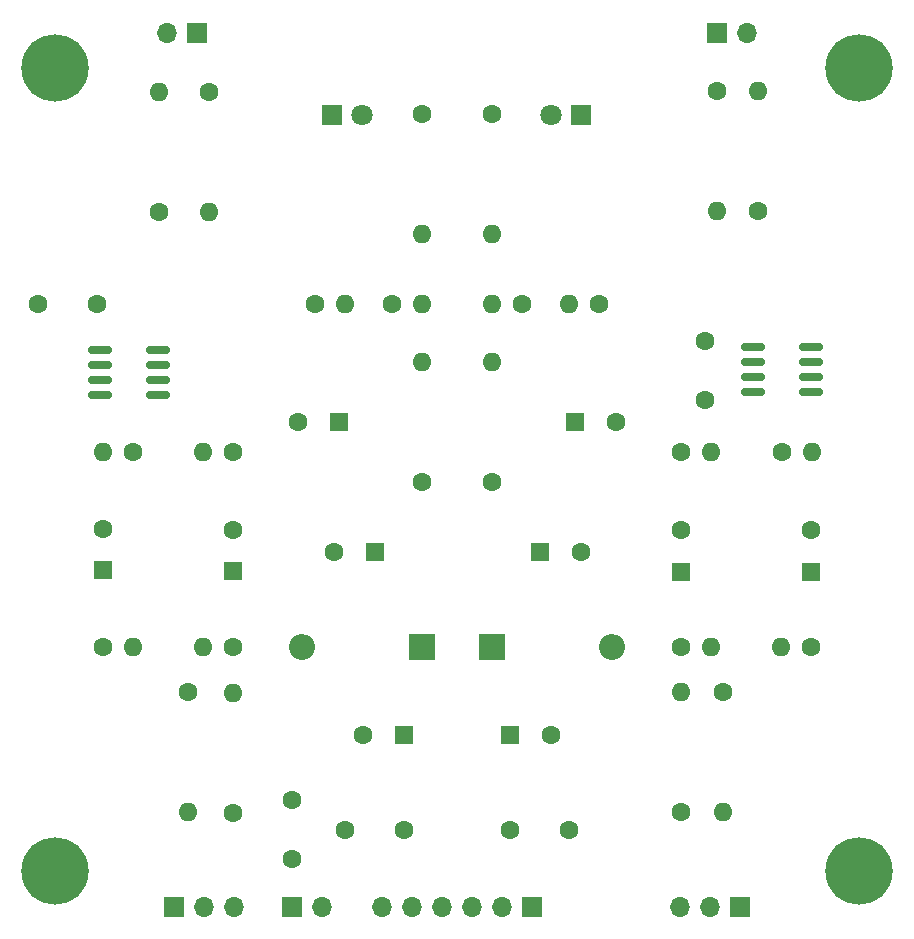
<source format=gbr>
%TF.GenerationSoftware,KiCad,Pcbnew,(6.0.10)*%
%TF.CreationDate,2023-02-21T23:22:35+08:00*%
%TF.ProjectId,LutrarmyMic_PreAmp,4c757472-6172-46d7-994d-69635f507265,rev?*%
%TF.SameCoordinates,Original*%
%TF.FileFunction,Soldermask,Top*%
%TF.FilePolarity,Negative*%
%FSLAX46Y46*%
G04 Gerber Fmt 4.6, Leading zero omitted, Abs format (unit mm)*
G04 Created by KiCad (PCBNEW (6.0.10)) date 2023-02-21 23:22:35*
%MOMM*%
%LPD*%
G01*
G04 APERTURE LIST*
G04 Aperture macros list*
%AMRoundRect*
0 Rectangle with rounded corners*
0 $1 Rounding radius*
0 $2 $3 $4 $5 $6 $7 $8 $9 X,Y pos of 4 corners*
0 Add a 4 corners polygon primitive as box body*
4,1,4,$2,$3,$4,$5,$6,$7,$8,$9,$2,$3,0*
0 Add four circle primitives for the rounded corners*
1,1,$1+$1,$2,$3*
1,1,$1+$1,$4,$5*
1,1,$1+$1,$6,$7*
1,1,$1+$1,$8,$9*
0 Add four rect primitives between the rounded corners*
20,1,$1+$1,$2,$3,$4,$5,0*
20,1,$1+$1,$4,$5,$6,$7,0*
20,1,$1+$1,$6,$7,$8,$9,0*
20,1,$1+$1,$8,$9,$2,$3,0*%
G04 Aperture macros list end*
%ADD10C,1.600000*%
%ADD11O,1.600000X1.600000*%
%ADD12C,5.700000*%
%ADD13R,1.600000X1.600000*%
%ADD14R,1.700000X1.700000*%
%ADD15O,1.700000X1.700000*%
%ADD16R,2.200000X2.200000*%
%ADD17O,2.200000X2.200000*%
%ADD18R,1.800000X1.800000*%
%ADD19C,1.800000*%
%ADD20RoundRect,0.150000X0.825000X0.150000X-0.825000X0.150000X-0.825000X-0.150000X0.825000X-0.150000X0*%
%ADD21RoundRect,0.150000X-0.825000X-0.150000X0.825000X-0.150000X0.825000X0.150000X-0.825000X0.150000X0*%
G04 APERTURE END LIST*
D10*
%TO.C,R4*%
X144000000Y-67920000D03*
D11*
X144000000Y-78080000D03*
%TD*%
D10*
%TO.C,R16*%
X162000000Y-69840000D03*
D11*
X162000000Y-80000000D03*
%TD*%
D12*
%TO.C,REF\u002A\u002A*%
X131000000Y-133920000D03*
%TD*%
D13*
%TO.C,C8*%
X155000000Y-95920000D03*
D10*
X151500000Y-95920000D03*
%TD*%
%TO.C,R10*%
X177000000Y-85920000D03*
D11*
X174460000Y-85920000D03*
%TD*%
D14*
%TO.C,MK2*%
X143000000Y-62920000D03*
D15*
X140460000Y-62920000D03*
%TD*%
D10*
%TO.C,R21*%
X187500000Y-118760000D03*
D11*
X187500000Y-128920000D03*
%TD*%
D10*
%TO.C,R22*%
X184000000Y-128920000D03*
D11*
X184000000Y-118760000D03*
%TD*%
D10*
%TO.C,R17*%
X195000000Y-114920000D03*
D11*
X192460000Y-114920000D03*
%TD*%
D10*
%TO.C,R15*%
X168000000Y-69840000D03*
D11*
X168000000Y-80000000D03*
%TD*%
D10*
%TO.C,R18*%
X183955000Y-114920000D03*
D11*
X186495000Y-114920000D03*
%TD*%
D10*
%TO.C,C13*%
X169500000Y-130420000D03*
X174500000Y-130420000D03*
%TD*%
%TO.C,R9*%
X170540000Y-85920000D03*
D11*
X168000000Y-85920000D03*
%TD*%
D10*
%TO.C,R2*%
X139750000Y-78080000D03*
D11*
X139750000Y-67920000D03*
%TD*%
D13*
%TO.C,C5*%
X135000000Y-108420000D03*
D10*
X135000000Y-104920000D03*
%TD*%
%TO.C,R14*%
X162000000Y-101000000D03*
D11*
X162000000Y-90840000D03*
%TD*%
D16*
%TO.C,D1*%
X168000000Y-114920000D03*
D17*
X178160000Y-114920000D03*
%TD*%
D10*
%TO.C,R23*%
X142250000Y-118760000D03*
D11*
X142250000Y-128920000D03*
%TD*%
D10*
%TO.C,R8*%
X146000000Y-98420000D03*
D11*
X143460000Y-98420000D03*
%TD*%
D13*
%TO.C,C9*%
X172000000Y-106920000D03*
D10*
X175500000Y-106920000D03*
%TD*%
D12*
%TO.C,REF\u002A\u002A*%
X199000000Y-65920000D03*
%TD*%
D13*
%TO.C,C6*%
X146000000Y-108501812D03*
D10*
X146000000Y-105001812D03*
%TD*%
%TO.C,R19*%
X135000000Y-114920000D03*
D11*
X137540000Y-114920000D03*
%TD*%
D14*
%TO.C,J1*%
X189000000Y-136920000D03*
D15*
X186460000Y-136920000D03*
X183920000Y-136920000D03*
%TD*%
D10*
%TO.C,R13*%
X168000000Y-101000000D03*
D11*
X168000000Y-90840000D03*
%TD*%
D13*
%TO.C,C10*%
X158068557Y-106920000D03*
D10*
X154568557Y-106920000D03*
%TD*%
%TO.C,R7*%
X137540000Y-98420000D03*
D11*
X135000000Y-98420000D03*
%TD*%
D13*
%TO.C,C4*%
X184000000Y-108572651D03*
D10*
X184000000Y-105072651D03*
%TD*%
%TO.C,R11*%
X159460000Y-85920000D03*
D11*
X162000000Y-85920000D03*
%TD*%
D16*
%TO.C,D2*%
X162000000Y-114920000D03*
D17*
X151840000Y-114920000D03*
%TD*%
D14*
%TO.C,SW1*%
X171350000Y-136920000D03*
D15*
X168810000Y-136920000D03*
X166270000Y-136920000D03*
X163730000Y-136920000D03*
X161190000Y-136920000D03*
X158650000Y-136920000D03*
%TD*%
D10*
%TO.C,C14*%
X160500000Y-130420000D03*
X155500000Y-130420000D03*
%TD*%
D12*
%TO.C,REF\u002A\u002A*%
X199000000Y-133920000D03*
%TD*%
D10*
%TO.C,R24*%
X146000000Y-129000000D03*
D11*
X146000000Y-118840000D03*
%TD*%
D18*
%TO.C,D3*%
X175540000Y-69920000D03*
D19*
X173000000Y-69920000D03*
%TD*%
D14*
%TO.C,J3*%
X151000000Y-136920000D03*
D15*
X153540000Y-136920000D03*
%TD*%
D10*
%TO.C,C19*%
X151000000Y-127920000D03*
X151000000Y-132920000D03*
%TD*%
%TO.C,R5*%
X192500000Y-98420000D03*
D11*
X195040000Y-98420000D03*
%TD*%
D10*
%TO.C,R3*%
X187000000Y-67840000D03*
D11*
X187000000Y-78000000D03*
%TD*%
D13*
%TO.C,C3*%
X195000000Y-108572651D03*
D10*
X195000000Y-105072651D03*
%TD*%
D18*
%TO.C,D4*%
X154420000Y-69920000D03*
D19*
X156960000Y-69920000D03*
%TD*%
D20*
%TO.C,U1*%
X194975000Y-93325000D03*
X194975000Y-92055000D03*
X194975000Y-90785000D03*
X194975000Y-89515000D03*
X190025000Y-89515000D03*
X190025000Y-90785000D03*
X190025000Y-92055000D03*
X190025000Y-93325000D03*
%TD*%
D13*
%TO.C,C12*%
X160500000Y-122420000D03*
D10*
X157000000Y-122420000D03*
%TD*%
D13*
%TO.C,C7*%
X175000000Y-95920000D03*
D10*
X178500000Y-95920000D03*
%TD*%
%TO.C,R6*%
X184000000Y-98420000D03*
D11*
X186540000Y-98420000D03*
%TD*%
D10*
%TO.C,C1*%
X186000000Y-94000000D03*
X186000000Y-89000000D03*
%TD*%
%TO.C,R12*%
X153000000Y-85920000D03*
D11*
X155540000Y-85920000D03*
%TD*%
D14*
%TO.C,MK1*%
X187000000Y-62920000D03*
D15*
X189540000Y-62920000D03*
%TD*%
D21*
%TO.C,U2*%
X134775000Y-89765000D03*
X134775000Y-91035000D03*
X134775000Y-92305000D03*
X134775000Y-93575000D03*
X139725000Y-93575000D03*
X139725000Y-92305000D03*
X139725000Y-91035000D03*
X139725000Y-89765000D03*
%TD*%
D14*
%TO.C,J2*%
X141000000Y-136920000D03*
D15*
X143540000Y-136920000D03*
X146080000Y-136920000D03*
%TD*%
D10*
%TO.C,R20*%
X146000000Y-114920000D03*
D11*
X143460000Y-114920000D03*
%TD*%
D12*
%TO.C,REF\u002A\u002A*%
X131000000Y-65920000D03*
%TD*%
D10*
%TO.C,R1*%
X190500000Y-78000000D03*
D11*
X190500000Y-67840000D03*
%TD*%
D13*
%TO.C,C11*%
X169500000Y-122420000D03*
D10*
X173000000Y-122420000D03*
%TD*%
%TO.C,C2*%
X134500000Y-85920000D03*
X129500000Y-85920000D03*
%TD*%
M02*

</source>
